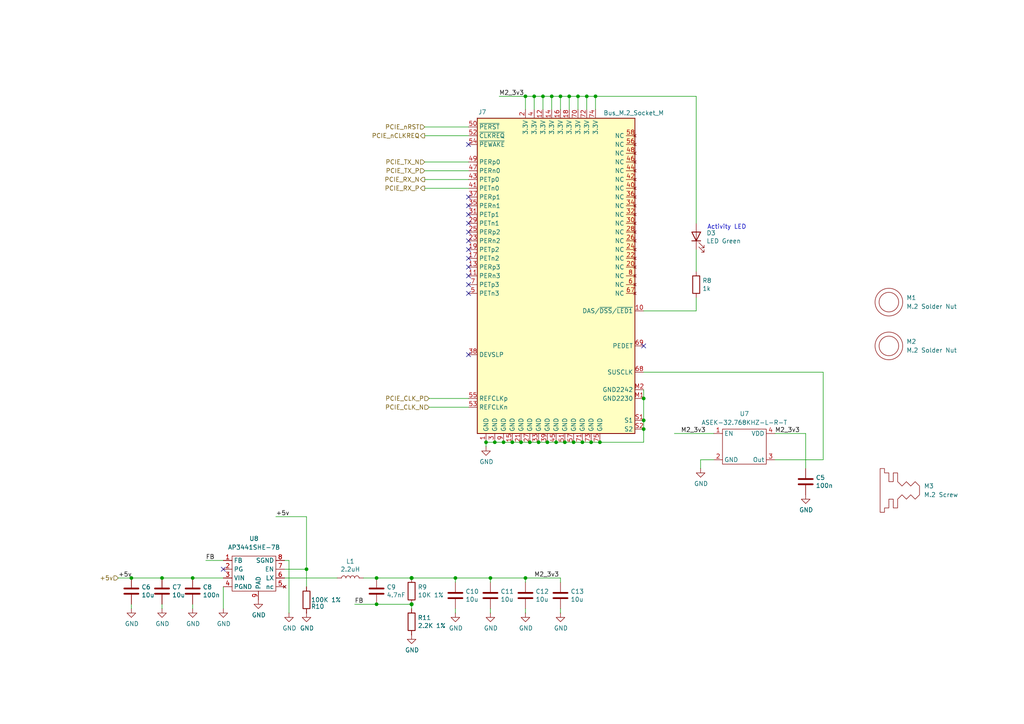
<source format=kicad_sch>
(kicad_sch (version 20231120) (generator "eeschema") (generator_version "8.0")
  (paper "A4")
  (title_block (title "BLADE CM4 CARRIER BOARD") (date "2025-01-20") (rev "0.2") (company "RapidAnalysis") (comment 1 "Author: Asad Imran"))
  (lib_symbols
    (symbol "Blade:AP3441SHE-7B"
      (property "Reference" "U" (at -6.35 10.16 0))
      (property "Value" "AP3441SHE-7B" (at 0 7.62 0))
      (symbol "AP3441SHE-7B_0_1"
        (rectangle (start -6.35 6.35) (end 6.35 -3.81))
      )
      (symbol "AP3441SHE-7B_1_1"
        (pin passive line (at -8.89 5.08 0) (length 2.54) (name "FB") (number "1"))
        (pin open_collector line (at -8.89 2.54 0) (length 2.54) (name "PG") (number "2"))
        (pin power_in line (at -8.89 0 0) (length 2.54) (name "VIN") (number "3"))
        (pin power_in line (at -8.89 -2.54 0) (length 2.54) (name "PGND") (number "4"))
        (pin no_connect line (at 8.89 -2.54 180) (length 2.54) (name "nc") (number "5"))
        (pin power_out line (at 8.89 0 180) (length 2.54) (name "LX") (number "6"))
        (pin input line (at 8.89 2.54 180) (length 2.54) (name "EN") (number "7"))
        (pin power_in line (at 8.89 5.08 180) (length 2.54) (name "SGND") (number "8"))
        (pin input line (at 1.27 -6.35 90) (length 2.54) (name "PAD") (number "9"))
      )
    )
    (symbol "Blade:ASEK-32.768KHZ-L-R-T"
      (property "Reference" "U" (at -5.08 6.35 0))
      (property "Value" "ASEK-32.768KHZ-L-R-T" (at 0 -6.35 0))
      (symbol "ASEK-32.768KHZ-L-R-T_0_1"
        (rectangle (start -6.35 5.08) (end 6.35 -5.08))
      )
      (symbol "ASEK-32.768KHZ-L-R-T_1_1"
        (pin input line (at -8.89 3.81 0) (length 2.54) (name "EN") (number "1"))
        (pin power_in line (at -8.89 -3.81 0) (length 2.54) (name "GND") (number "2"))
        (pin output line (at 8.89 -3.81 180) (length 2.54) (name "Out") (number "3"))
        (pin power_in line (at 8.89 3.81 180) (length 2.54) (name "VDD") (number "4"))
      )
    )
    (symbol "Blade:Bus_M.2_Socket_M"
      (property "Reference" "J" (at -22.86 46.99 0))
      (property "Value" "Bus_M.2_Socket_M" (at 30.988 46.99 0))
      (symbol "Bus_M.2_Socket_M_0_1"
        (rectangle (start -22.86 45.72) (end 22.86 -45.72) (stroke (width 0.254)) (fill (type background)))
      )
      (symbol "Bus_M.2_Socket_M_1_1"
        (pin power_in line (at -20.32 -48.26 90) (length 2.54) (name "GND") (number "1"))
        (pin bidirectional line (at 25.4 -10.16 180) (length 2.54) (name "DAS/~{DSS}/~{LED1}") (number "10"))
        (pin input line (at -25.4 0 0) (length 2.54) (name "PERn3") (number "11"))
        (pin power_in line (at -3.81 48.26 270) (length 2.54) (name "3.3V") (number "12"))
        (pin input line (at -25.4 2.54 0) (length 2.54) (name "PERp3") (number "13"))
        (pin power_in line (at -1.27 48.26 270) (length 2.54) (name "3.3V") (number "14"))
        (pin power_in line (at -12.7 -48.26 90) (length 2.54) (name "GND") (number "15"))
        (pin power_in line (at 1.27 48.26 270) (length 2.54) (name "3.3V") (number "16"))
        (pin output line (at -25.4 5.08 0) (length 2.54) (name "PETn2") (number "17"))
        (pin power_in line (at 3.81 48.26 270) (length 2.54) (name "3.3V") (number "18"))
        (pin output line (at -25.4 7.62 0) (length 2.54) (name "PETp2") (number "19"))
        (pin power_in line (at -8.89 48.26 270) (length 2.54) (name "3.3V") (number "2"))
        (pin no_connect line (at 22.86 2.54 180) (length 2.54) (name "NC") (number "20"))
        (pin power_in line (at -10.16 -48.26 90) (length 2.54) (name "GND") (number "21"))
        (pin no_connect line (at 22.86 5.08 180) (length 2.54) (name "NC") (number "22"))
        (pin input line (at -25.4 10.16 0) (length 2.54) (name "PERn2") (number "23"))
        (pin no_connect line (at 22.86 7.62 180) (length 2.54) (name "NC") (number "24"))
        (pin input line (at -25.4 12.7 0) (length 2.54) (name "PERp2") (number "25"))
        (pin no_connect line (at 22.86 10.16 180) (length 2.54) (name "NC") (number "26"))
        (pin power_in line (at -7.62 -48.26 90) (length 2.54) (name "GND") (number "27"))
        (pin no_connect line (at 22.86 12.7 180) (length 2.54) (name "NC") (number "28"))
        (pin output line (at -25.4 15.24 0) (length 2.54) (name "PETn1") (number "29"))
        (pin power_in line (at -17.78 -48.26 90) (length 2.54) (name "GND") (number "3"))
        (pin no_connect line (at 22.86 15.24 180) (length 2.54) (name "NC") (number "30"))
        (pin output line (at -25.4 17.78 0) (length 2.54) (name "PETp1") (number "31"))
        (pin no_connect line (at 22.86 17.78 180) (length 2.54) (name "NC") (number "32"))
        (pin power_in line (at -5.08 -48.26 90) (length 2.54) (name "GND") (number "33"))
        (pin no_connect line (at 22.86 20.32 180) (length 2.54) (name "NC") (number "34"))
        (pin input line (at -25.4 20.32 0) (length 2.54) (name "PERn1") (number "35"))
        (pin no_connect line (at 22.86 22.86 180) (length 2.54) (name "NC") (number "36"))
        (pin input line (at -25.4 22.86 0) (length 2.54) (name "PERp1") (number "37"))
        (pin input line (at -25.4 -22.86 0) (length 2.54) (name "DEVSLP") (number "38"))
        (pin power_in line (at -2.54 -48.26 90) (length 2.54) (name "GND") (number "39"))
        (pin power_in line (at -6.35 48.26 270) (length 2.54) (name "3.3V") (number "4"))
        (pin no_connect line (at 22.86 25.4 180) (length 2.54) (name "NC") (number "40"))
        (pin output line (at -25.4 25.4 0) (length 2.54) (name "PETn0") (number "41"))
        (pin no_connect line (at 22.86 27.94 180) (length 2.54) (name "NC") (number "42"))
        (pin output line (at -25.4 27.94 0) (length 2.54) (name "PETp0") (number "43"))
        (pin no_connect line (at 22.86 30.48 180) (length 2.54) (name "NC") (number "44"))
        (pin power_in line (at 0 -48.26 90) (length 2.54) (name "GND") (number "45"))
        (pin no_connect line (at 22.86 33.02 180) (length 2.54) (name "NC") (number "46"))
        (pin input line (at -25.4 30.48 0) (length 2.54) (name "PERn0") (number "47"))
        (pin no_connect line (at 22.86 35.56 180) (length 2.54) (name "NC") (number "48"))
        (pin input line (at -25.4 33.02 0) (length 2.54) (name "PERp0") (number "49"))
        (pin output line (at -25.4 -5.08 0) (length 2.54) (name "PETn3") (number "5"))
        (pin input line (at -25.4 43.18 0) (length 2.54) (name "~{PERST}") (number "50"))
        (pin power_in line (at 2.54 -48.26 90) (length 2.54) (name "GND") (number "51"))
        (pin bidirectional line (at -25.4 40.64 0) (length 2.54) (name "~{CLKREQ}") (number "52"))
        (pin input line (at -25.4 -38.1 0) (length 2.54) (name "REFCLKn") (number "53"))
        (pin bidirectional line (at -25.4 38.1 0) (length 2.54) (name "~{PEWAKE}") (number "54"))
        (pin input line (at -25.4 -35.56 0) (length 2.54) (name "REFCLKp") (number "55"))
        (pin no_connect line (at 22.86 38.1 180) (length 2.54) (name "NC") (number "56"))
        (pin power_in line (at 5.08 -48.26 90) (length 2.54) (name "GND") (number "57"))
        (pin no_connect line (at 22.86 40.64 180) (length 2.54) (name "NC") (number "58"))
        (pin no_connect line (at 22.86 -2.54 180) (length 2.54) (name "NC") (number "6"))
        (pin no_connect line (at 22.86 -5.08 180) (length 2.54) (name "NC") (number "67"))
        (pin input line (at 25.4 -27.94 180) (length 2.54) (name "SUSCLK") (number "68"))
        (pin passive line (at 25.4 -20.32 180) (length 2.54) (name "PEDET") (number "69"))
        (pin output line (at -25.4 -2.54 0) (length 2.54) (name "PETp3") (number "7"))
        (pin power_in line (at 6.35 48.26 270) (length 2.54) (name "3.3V") (number "70"))
        (pin power_in line (at 7.62 -48.26 90) (length 2.54) (name "GND") (number "71"))
        (pin power_in line (at 8.89 48.26 270) (length 2.54) (name "3.3V") (number "72"))
        (pin power_in line (at 10.16 -48.26 90) (length 2.54) (name "GND") (number "73"))
        (pin power_in line (at 11.43 48.26 270) (length 2.54) (name "3.3V") (number "74"))
        (pin power_in line (at 12.7 -48.26 90) (length 2.54) (name "GND") (number "75"))
        (pin no_connect line (at 22.86 0 180) (length 2.54) (name "NC") (number "8"))
        (pin power_in line (at -15.24 -48.26 90) (length 2.54) (name "GND") (number "9"))
        (pin passive line (at 25.4 -35.56 180) (length 2.54) (name "GND2230") (number "M1"))
        (pin passive line (at 25.4 -33.02 180) (length 2.54) (name "GND2242") (number "M2"))
        (pin passive line (at 25.4 -41.91 180) (length 2.54) (name "S1") (number "S1"))
        (pin passive line (at 25.4 -44.45 180) (length 2.54) (name "S2") (number "S2"))
      )
    )
    (symbol "Blade:C" (pin_numbers hide) (pin_names (offset 0.254))
      (property "Reference" "C" (at 0.635 2.54 0))
      (property "Value" "C" (at 0.635 -2.54 0))
      (symbol "C_0_1"
        (polyline (pts (xy -2.032 -0.762) (xy 2.032 -0.762)) (stroke (width 0.508)))
        (polyline (pts (xy -2.032 0.762) (xy 2.032 0.762)) (stroke (width 0.508)))
      )
      (symbol "C_1_1"
        (pin passive line (at 0 3.81 270) (length 2.794) (name "~") (number "1"))
        (pin passive line (at 0 -3.81 90) (length 2.794) (name "~") (number "2"))
      )
    )
    (symbol "Blade:L" (pin_numbers hide) (pin_names (offset 1.016) hide)
      (property "Reference" "L" (at -1.27 0 90))
      (property "Value" "L" (at 1.905 0 90))
      (symbol "L_0_1"
        (arc (start 0 -2.54) (mid 0.6323 -1.905) (end 0 -1.27))
        (arc (start 0 -1.27) (mid 0.6323 -0.635) (end 0 0))
        (arc (start 0 0) (mid 0.6323 0.635) (end 0 1.27))
        (arc (start 0 1.27) (mid 0.6323 1.905) (end 0 2.54))
      )
      (symbol "L_1_1"
        (pin passive line (at 0 3.81 270) (length 1.27) (name "1") (number "1"))
        (pin passive line (at 0 -3.81 90) (length 1.27) (name "2") (number "2"))
      )
    )
    (symbol "Blade:LED" (pin_numbers hide) (pin_names (offset 1.016) hide)
      (property "Reference" "D" (at 0 2.54 0))
      (property "Value" "LED" (at 0 -2.54 0))
      (symbol "LED_0_1"
        (polyline (pts (xy -1.27 -1.27) (xy -1.27 1.27)) (stroke (width 0.254)))
        (polyline (pts (xy -1.27 0) (xy 1.27 0)))
        (polyline (pts (xy 1.27 -1.27) (xy 1.27 1.27) (xy -1.27 0) (xy 1.27 -1.27)) (stroke (width 0.254)))
        (polyline (pts (xy -3.048 -0.762) (xy -4.572 -2.286) (xy -3.81 -2.286) (xy -4.572 -2.286) (xy -4.572 -1.524)))
        (polyline (pts (xy -1.778 -0.762) (xy -3.302 -2.286) (xy -2.54 -2.286) (xy -3.302 -2.286) (xy -3.302 -1.524)))
      )
      (symbol "LED_1_1"
        (pin passive line (at -3.81 0 0) (length 2.54) (name "K") (number "1"))
        (pin passive line (at 3.81 0 180) (length 2.54) (name "A") (number "2"))
      )
    )
    (symbol "Blade:M.2_Screw" (pin_numbers hide) (pin_names (offset 0) hide) (on_board no)
      (property "Reference" "M" (at -0.254 -6.35 0))
      (property "Value" "M.2 Screw" (at 0.254 -8.636 0))
      (symbol "M.2_Screw_0_1"
        (polyline (pts (xy -5.08 0) (xy -5.08 -6.35) (xy -3.81 -6.35) (xy -3.81 -5.08) (xy -2.54 -5.08) (xy -2.54 -2.54) (xy -1.27 -2.54) (xy -1.27 -5.08) (xy 0 -5.08) (xy 0 -2.54) (xy 1.27 -1.27) (xy 2.54 -2.54) (xy 3.81 -1.27) (xy 5.08 -2.54) (xy 6.35 -1.27) (xy 6.35 1.27) (xy 5.08 2.54) (xy 3.81 1.27) (xy 2.54 2.54) (xy 1.27 1.27) (xy 0 2.54) (xy 0 5.08) (xy -1.27 5.08) (xy -1.27 2.54) (xy -2.54 2.54) (xy -2.54 5.08) (xy -3.81 5.08) (xy -3.81 6.35) (xy -5.08 6.35) (xy -5.08 0)))
      )
    )
    (symbol "Blade:R" (pin_numbers hide) (pin_names (offset 0))
      (property "Reference" "R" (at 2.032 0 90))
      (property "Value" "R" (at 0 0 90))
      (symbol "R_0_1"
        (rectangle (start -1.016 -2.54) (end 1.016 2.54) (stroke (width 0.254)))
      )
      (symbol "R_1_1"
        (pin passive line (at 0 3.81 270) (length 1.27) (name "~") (number "1"))
        (pin passive line (at 0 -3.81 90) (length 1.27) (name "~") (number "2"))
      )
    )
    (symbol "Blade:SolderNut" (pin_numbers hide) (pin_names (offset 0) hide) (exclude_from_sim yes) (on_board no)
      (property "Reference" "M" (at -6.35 -3.556 0))
      (property "Value" "M.2 Solder Nut" (at 0.254 -5.842 0))
      (symbol "SolderNut_0_1"
        (circle (center 0 0) (radius 2.8398))
        (circle (center 0 0) (radius 4.0161))
      )
    )
    (symbol "power:GND" (power) (pin_numbers hide) (pin_names (offset 0) hide)
      (property "Value" "GND" (at 0 -3.81 0))
      (symbol "GND_0_1"
        (polyline (pts (xy 0 0) (xy 0 -1.27) (xy 1.27 -1.27) (xy 0 -2.54) (xy -1.27 -1.27) (xy 0 -1.27)))
      )
      (symbol "GND_1_1"
        (pin power_in line (at 0 0 270) (length 0) (name "~") (number "1"))
      )
    )
  )
  (junction (at 156.21 128.27))
  (junction (at 170.18 27.94))
  (junction (at 55.88 167.64))
  (junction (at 119.38 175.26) (diameter 1.016))
  (junction (at 143.51 128.27))
  (junction (at 171.45 128.27))
  (junction (at 165.1 27.94))
  (junction (at 109.22 167.64))
  (junction (at 158.75 128.27))
  (junction (at 153.67 128.27))
  (junction (at 46.99 167.64))
  (junction (at 173.99 128.27))
  (junction (at 132.08 167.64))
  (junction (at 88.9 165.1))
  (junction (at 38.1 167.64))
  (junction (at 154.94 27.94))
  (junction (at 142.24 167.64))
  (junction (at 186.69 115.57))
  (junction (at 166.37 128.27))
  (junction (at 146.05 128.27))
  (junction (at 152.4 27.94))
  (junction (at 163.83 128.27))
  (junction (at 148.59 128.27))
  (junction (at 167.64 27.94))
  (junction (at 109.22 175.26))
  (junction (at 161.29 128.27))
  (junction (at 186.69 124.46))
  (junction (at 186.69 121.92))
  (junction (at 140.97 128.27))
  (junction (at 160.02 27.94))
  (junction (at 162.56 27.94))
  (junction (at 152.4 167.64))
  (junction (at 172.72 27.94))
  (junction (at 151.13 128.27))
  (junction (at 119.38 167.64) (diameter 1.016))
  (junction (at 168.91 128.27))
  (junction (at 157.48 27.94))
  (no_connect (at 64.77 165.1))
  (no_connect (at 135.89 80.01))
  (no_connect (at 135.89 85.09))
  (no_connect (at 135.89 72.39))
  (no_connect (at 135.89 82.55))
  (no_connect (at 135.89 57.15))
  (no_connect (at 135.89 102.87))
  (no_connect (at 135.89 77.47))
  (no_connect (at 186.69 100.33))
  (no_connect (at 135.89 67.31))
  (no_connect (at 135.89 62.23))
  (no_connect (at 135.89 74.93))
  (no_connect (at 135.89 69.85))
  (no_connect (at 135.89 41.91))
  (no_connect (at 135.89 64.77))
  (no_connect (at 135.89 59.69))
  (wire (pts (xy 186.69 124.46) (xy 186.69 128.27)))
  (wire (pts (xy 105.41 167.64) (xy 109.22 167.64)))
  (wire (pts (xy 140.97 128.27) (xy 143.51 128.27)))
  (wire (pts (xy 167.64 27.94) (xy 170.18 27.94)))
  (wire (pts (xy 162.56 27.94) (xy 162.56 31.75)))
  (wire (pts (xy 195.58 125.73) (xy 207.01 125.73)))
  (wire (pts (xy 201.93 27.94) (xy 201.93 64.77)))
  (wire (pts (xy 109.22 167.64) (xy 119.38 167.64)))
  (wire (pts (xy 152.4 27.94) (xy 154.94 27.94)))
  (wire (pts (xy 173.99 128.27) (xy 171.45 128.27)))
  (wire (pts (xy 123.19 52.07) (xy 135.89 52.07)))
  (wire (pts (xy 142.24 167.64) (xy 152.4 167.64)))
  (wire (pts (xy 88.9 165.1) (xy 88.9 170.18)))
  (wire (pts (xy 152.4 167.64) (xy 162.56 167.64)))
  (wire (pts (xy 124.46 115.57) (xy 135.89 115.57)))
  (wire (pts (xy 59.69 162.56) (xy 64.77 162.56)))
  (wire (pts (xy 135.89 46.99) (xy 123.19 46.99)))
  (wire (pts (xy 156.21 128.27) (xy 153.67 128.27)))
  (wire (pts (xy 55.88 175.26) (xy 55.88 176.53)))
  (wire (pts (xy 154.94 27.94) (xy 157.48 27.94)))
  (wire (pts (xy 186.69 121.92) (xy 186.69 124.46)))
  (wire (pts (xy 165.1 27.94) (xy 165.1 31.75)))
  (wire (pts (xy 123.19 54.61) (xy 135.89 54.61)))
  (wire (pts (xy 171.45 128.27) (xy 168.91 128.27)))
  (wire (pts (xy 123.19 49.53) (xy 135.89 49.53)))
  (wire (pts (xy 46.99 167.64) (xy 55.88 167.64)))
  (wire (pts (xy 201.93 90.17) (xy 201.93 86.36)))
  (wire (pts (xy 172.72 27.94) (xy 201.93 27.94)))
  (wire (pts (xy 82.55 165.1) (xy 88.9 165.1)))
  (wire (pts (xy 132.08 167.64) (xy 142.24 167.64)))
  (wire (pts (xy 167.64 27.94) (xy 167.64 31.75)))
  (wire (pts (xy 34.29 167.64) (xy 38.1 167.64)))
  (wire (pts (xy 152.4 167.64) (xy 152.4 168.91)))
  (wire (pts (xy 186.69 128.27) (xy 173.99 128.27)))
  (wire (pts (xy 168.91 128.27) (xy 166.37 128.27)))
  (wire (pts (xy 119.38 167.64) (xy 132.08 167.64)))
  (wire (pts (xy 152.4 176.53) (xy 152.4 177.8)))
  (wire (pts (xy 158.75 128.27) (xy 161.29 128.27)))
  (wire (pts (xy 166.37 128.27) (xy 163.83 128.27)))
  (wire (pts (xy 170.18 27.94) (xy 172.72 27.94)))
  (wire (pts (xy 82.55 167.64) (xy 97.79 167.64)))
  (wire (pts (xy 186.69 113.03) (xy 186.69 115.57)))
  (wire (pts (xy 238.76 133.35) (xy 224.79 133.35)))
  (wire (pts (xy 157.48 27.94) (xy 160.02 27.94)))
  (wire (pts (xy 203.2 135.89) (xy 203.2 133.35)))
  (wire (pts (xy 157.48 27.94) (xy 157.48 31.75)))
  (wire (pts (xy 152.4 27.94) (xy 152.4 31.75)))
  (wire (pts (xy 55.88 167.64) (xy 64.77 167.64)))
  (wire (pts (xy 88.9 149.86) (xy 88.9 165.1)))
  (wire (pts (xy 172.72 27.94) (xy 172.72 31.75)))
  (wire (pts (xy 124.46 118.11) (xy 135.89 118.11)))
  (wire (pts (xy 109.22 175.26) (xy 119.38 175.26)))
  (wire (pts (xy 186.69 115.57) (xy 186.69 121.92)))
  (wire (pts (xy 123.19 39.37) (xy 135.89 39.37)))
  (wire (pts (xy 38.1 175.26) (xy 38.1 176.53)))
  (wire (pts (xy 132.08 168.91) (xy 132.08 167.64)))
  (wire (pts (xy 146.05 128.27) (xy 143.51 128.27)))
  (wire (pts (xy 82.55 162.56) (xy 83.82 162.56)))
  (wire (pts (xy 140.97 128.27) (xy 140.97 129.54)))
  (wire (pts (xy 148.59 128.27) (xy 151.13 128.27)))
  (wire (pts (xy 186.69 90.17) (xy 201.93 90.17)))
  (wire (pts (xy 144.78 27.94) (xy 152.4 27.94)))
  (wire (pts (xy 162.56 27.94) (xy 165.1 27.94)))
  (wire (pts (xy 186.69 107.95) (xy 238.76 107.95)))
  (wire (pts (xy 38.1 167.64) (xy 46.99 167.64)))
  (wire (pts (xy 233.68 125.73) (xy 224.79 125.73)))
  (wire (pts (xy 142.24 167.64) (xy 142.24 168.91)))
  (wire (pts (xy 163.83 128.27) (xy 161.29 128.27)))
  (wire (pts (xy 80.01 149.86) (xy 88.9 149.86)))
  (wire (pts (xy 46.99 175.26) (xy 46.99 176.53)))
  (wire (pts (xy 151.13 128.27) (xy 153.67 128.27)))
  (wire (pts (xy 156.21 128.27) (xy 158.75 128.27)))
  (wire (pts (xy 132.08 177.8) (xy 132.08 176.53)))
  (wire (pts (xy 201.93 72.39) (xy 201.93 78.74)))
  (wire (pts (xy 160.02 27.94) (xy 160.02 31.75)))
  (wire (pts (xy 162.56 176.53) (xy 162.56 177.8)))
  (wire (pts (xy 203.2 133.35) (xy 207.01 133.35)))
  (wire (pts (xy 233.68 135.89) (xy 233.68 125.73)))
  (wire (pts (xy 64.77 176.53) (xy 64.77 170.18)))
  (wire (pts (xy 162.56 167.64) (xy 162.56 168.91)))
  (wire (pts (xy 154.94 27.94) (xy 154.94 31.75)))
  (wire (pts (xy 142.24 176.53) (xy 142.24 177.8)))
  (wire (pts (xy 165.1 27.94) (xy 167.64 27.94)))
  (wire (pts (xy 119.38 176.53) (xy 119.38 175.26)))
  (wire (pts (xy 146.05 128.27) (xy 148.59 128.27)))
  (wire (pts (xy 123.19 36.83) (xy 135.89 36.83)))
  (wire (pts (xy 102.87 175.26) (xy 109.22 175.26)))
  (wire (pts (xy 160.02 27.94) (xy 162.56 27.94)))
  (wire (pts (xy 170.18 27.94) (xy 170.18 31.75)))
  (wire (pts (xy 238.76 107.95) (xy 238.76 133.35)))
  (wire (pts (xy 83.82 162.56) (xy 83.82 177.8)))
  (text "Activity LED" (at 205.105 66.675 0) (effects (font (size 1.27 1.27)) (justify left bottom)))
  (label "M2_3v3" (at 154.94 167.64 0))
  (label "+5v" (at 34.29 167.64 0))
  (label "FB" (at 59.69 162.56 0))
  (label "M2_3v3" (at 224.79 125.73 0))
  (label "M2_3v3" (at 197.485 125.73 0))
  (label "M2_3v3" (at 144.78 27.94 0))
  (label "FB" (at 102.87 175.26 0))
  (label "+5v" (at 80.01 149.86 0))
  (hierarchical_label "PCIE_RX_N" (shape output) (at 123.19 52.07 180))
  (hierarchical_label "PCIE_CLK_N" (shape input) (at 124.46 118.11 180))
  (hierarchical_label "PCIE_TX_P" (shape input) (at 123.19 49.53 180))
  (hierarchical_label "PCIE_nCLKREQ" (shape output) (at 123.19 39.37 180))
  (hierarchical_label "PCIE_RX_P" (shape output) (at 123.19 54.61 180))
  (hierarchical_label "PCIE_TX_N" (shape input) (at 123.19 46.99 180))
  (hierarchical_label "PCIE_nRST" (shape input) (at 123.19 36.83 180))
  (hierarchical_label "+5v" (shape input) (at 34.29 167.64 180))
  (hierarchical_label "PCIE_CLK_P" (shape input) (at 124.46 115.57 180))
  (symbol (lib_id "Blade:LED") (at 201.93 68.58 90) (unit 1)
    (property "Reference" "D3" (at 204.9018 67.5894 90) (effects (justify right)))
    (property "Value" "LED Green" (at 204.9018 69.9008 90) (effects (justify right)))
    (property "Footprint" "Blade:LED_0603_1608Metric" (effects (hide yes)))
    (property "Description" "Light emitting diode" (effects (hide yes)))
    (property "Field4" "Digikey " (effects (hide yes)))
    (property "Field5" "LTST-S270KGKT" (effects (hide yes)))
    (property "Field6" "SML-A12M8TT86N" (effects (hide yes)))
    (property "Field7" "Rohm" (effects (hide yes)))
    (property "Field8" "650263301" (effects (hide yes)))
    (property "Part Description" "	Green 572nm LED Indication - Discrete 2.2V 2-SMD, No Lead" (effects (hide yes)))
  )
  (symbol (lib_id "Blade:C") (at 152.4 172.72 0) (unit 1)
    (property "Reference" "C12" (at 155.321 171.5516 0) (effects (justify left)))
    (property "Value" "10u" (at 155.321 173.863 0) (effects (justify left)))
    (property "Footprint" "Blade:C_0805_2012Metric" (effects (hide yes)))
    (property "Description" "Unpolarized capacitor" (effects (hide yes)))
    (property "Field4" "Digikey" (effects (hide yes)))
    (property "Field5" "490-14381-1-ND" (effects (hide yes)))
    (property "Field6" "GRM21BR71A106KA73L" (effects (hide yes)))
    (property "Field7" "Murata" (effects (hide yes)))
    (property "Field8" "111893011" (effects (hide yes)))
    (property "Part Description" "	10uF 10% 10V Ceramic Capacitor X7R 0805 (2012 Metric)" (effects (hide yes)))
    (instances (project "" (path "" (reference "C12") (unit 1))) (project "CM5IO" (path "" (reference "C16") (unit 1))))
  )
  (symbol (lib_id "power:GND") (at 152.4 177.8 0) (unit 1)
    (property "Reference" "#PWR034" (effects (hide yes)))
    (property "Value" "GND" (at 152.527 182.1942 0))
    (property "Description" "Power symbol creates a global label with name \"GND\" , ground" (effects (hide yes)))
    (instances (project "" (path "" (reference "#PWR034") (unit 1))) (project "CM5IO" (path "" (reference "#PWR018") (unit 1))))
  )
  (symbol (lib_id "Blade:C") (at 46.99 171.45 0) (unit 1)
    (property "Reference" "C7" (at 49.911 170.2816 0) (effects (justify left)))
    (property "Value" "10u" (at 49.911 172.593 0) (effects (justify left)))
    (property "Footprint" "Blade:C_0805_2012Metric" (effects (hide yes)))
    (property "Description" "Unpolarized capacitor" (effects (hide yes)))
    (property "Field4" "Digikey" (effects (hide yes)))
    (property "Field5" "490-14381-1-ND" (effects (hide yes)))
    (property "Field6" "GRM21BR71A106KA73L" (effects (hide yes)))
    (property "Field7" "Murata" (effects (hide yes)))
    (property "Field8" "111893011" (effects (hide yes)))
    (property "Part Description" "	10uF 10% 10V Ceramic Capacitor X7R 0805 (2012 Metric)" (effects (hide yes)))
    (instances (project "" (path "" (reference "C7") (unit 1))) (project "CM5IO" (path "" (reference "C6") (unit 1))))
  )
  (symbol (lib_id "power:GND") (at 46.99 176.53 0) (unit 1)
    (property "Reference" "#PWR027" (effects (hide yes)))
    (property "Value" "GND" (at 47.117 180.9242 0))
    (property "Description" "Power symbol creates a global label with name \"GND\" , ground" (effects (hide yes)))
    (instances (project "" (path "" (reference "#PWR027") (unit 1))) (project "CM5IO" (path "" (reference "#PWR021") (unit 1))))
  )
  (symbol (lib_id "power:GND") (at 140.97 129.54 0) (unit 1)
    (property "Reference" "#PWR022" (effects (hide yes)))
    (property "Value" "GND" (at 141.097 133.9342 0))
    (property "Description" "Power symbol creates a global label with name \"GND\" , ground" (effects (hide yes)))
    (instances (project "" (path "" (reference "#PWR022") (unit 1))) (project "CM5IO" (path "" (reference "#PWR019") (unit 1))))
  )
  (symbol (lib_id "power:GND") (at 162.56 177.8 0) (unit 1)
    (property "Reference" "#PWR035" (effects (hide yes)))
    (property "Value" "GND" (at 162.687 182.1942 0))
    (property "Description" "Power symbol creates a global label with name \"GND\" , ground" (effects (hide yes)))
    (instances (project "" (path "" (reference "#PWR035") (unit 1))) (project "CM5IO" (path "" (reference "#PWR024") (unit 1))))
  )
  (symbol (lib_id "Blade:R") (at 201.93 82.55 0) (unit 1)
    (property "Reference" "R8" (at 203.708 81.3816 0) (effects (justify left)))
    (property "Value" "1k" (at 203.708 83.693 0) (effects (justify left)))
    (property "Footprint" "Blade:R_0402_1005Metric" (effects (hide yes)))
    (property "Description" "Resistor" (effects (hide yes)))
    (property "Field4" "Farnell" (effects (hide yes)))
    (property "Field5" "9239235" (effects (hide yes)))
    (property "Field7" "KOA EUROPE GMBH" (effects (hide yes)))
    (property "Field6" "RK73H1ETTP1001F" (effects (hide yes)))
    (property "Part Description" "Resistor 1K M1005 1% 63mW" (effects (hide yes)))
    (property "Field8" "125049511" (effects (hide yes)))
    (instances (project "" (path "" (reference "R8") (unit 1))) (project "CM5IO" (path "" (reference "R17") (unit 1))))
  )
  (symbol (lib_id "Blade:L") (at 101.6 167.64 90) (unit 1)
    (property "Reference" "L1" (at 101.6 162.814 90))
    (property "Value" "2.2uH" (at 101.6 165.1254 90))
    (property "Footprint" "Blade:L_Bourns_SRP5030CC" (effects (hide yes)))
    (property "Description" "Inductor" (effects (hide yes)))
    (property "Field6" "SRP5030CC-2R2M" (effects (hide yes)))
    (property "Field7" "Bourns" (effects (hide yes)))
    (property "Part Description" "Inductor, SMT, 2520, 2u2, IRMS=7A, ISAT=8A, DCR=0.032R" (effects (hide yes)))
    (property "Field5" "SRP5030CC-2R2M" (effects (hide yes)))
  )
  (symbol (lib_id "power:GND") (at 64.77 176.53 0) (unit 1)
    (property "Reference" "#PWR029" (effects (hide yes)))
    (property "Value" "GND" (at 64.897 180.9242 0))
    (property "Description" "Power symbol creates a global label with name \"GND\" , ground" (effects (hide yes)))
    (instances (project "" (path "" (reference "#PWR029") (unit 1))) (project "CM5IO" (path "" (reference "#PWR022") (unit 1))))
  )
  (symbol (lib_id "Blade:R") (at 119.38 171.45 0) (unit 1)
    (property "Reference" "R9" (at 121.158 170.2816 0) (effects (justify left)))
    (property "Value" "10K 1%" (at 121.158 172.593 0) (effects (justify left)))
    (property "Footprint" "Blade:R_0402_1005Metric" (effects (hide yes)))
    (property "Description" "Resistor" (effects (hide yes)))
    (property "Field4" "Farnell" (effects (hide yes)))
    (property "Field7" "Rohm" (effects (hide yes)))
    (property "Field6" "MCR01MZPF1002" (effects (hide yes)))
    (property "Part Description" "Resistor 10K M1005 1% 63mW" (effects (hide yes)))
    (instances (project "" (path "" (reference "R9") (unit 1))) (project "CM5IO" (path "" (reference "R15") (unit 1))))
  )
  (symbol (lib_id "Blade:C") (at 233.68 139.7 0) (unit 1)
    (property "Reference" "C5" (at 236.601 138.5316 0) (effects (justify left)))
    (property "Value" "100n" (at 236.601 140.843 0) (effects (justify left)))
    (property "Footprint" "Blade:C_0402_1005Metric" (effects (hide yes)))
    (property "Description" "Unpolarized capacitor" (effects (hide yes)))
    (property "Field4" "Farnell" (effects (hide yes)))
    (property "Field5" "2611911" (effects (hide yes)))
    (property "Field6" "RM EMK105 B7104KV-F" (effects (hide yes)))
    (property "Field7" "TAIYO YUDEN EUROPE GMBH" (effects (hide yes)))
    (property "Field8" "110091611" (effects (hide yes)))
    (property "Part Description" "	0.1uF 10% 16V Ceramic Capacitor X7R 0402 (1005 Metric)" (effects (hide yes)))
    (instances (project "" (path "" (reference "C5") (unit 1))) (project "CM5IO" (path "" (reference "C19") (unit 1))))
  )
  (symbol (lib_id "Blade:R") (at 88.9 173.99 0) (unit 1)
    (property "Reference" "R10" (at 90.17 175.895 0) (effects (justify left)))
    (property "Value" "100K 1%" (at 90.17 173.99 0) (effects (justify left)))
    (property "Footprint" "Blade:R_0402_1005Metric" (effects (hide yes)))
    (property "Description" "Resistor" (effects (hide yes)))
    (property "Field4" "Farnell" (effects (hide yes)))
    (property "Field6" "MCR01MZPF1003" (effects (hide yes)))
    (property "Field7" "Rohm" (effects (hide yes)))
    (property "Part Description" "Resistor 100K M1005 1% 63mW" (effects (hide yes)))
    (instances (project "" (path "" (reference "R10") (unit 1))) (project "CM5IO" (path "" (reference "R14") (unit 1))))
  )
  (symbol (lib_id "Blade:R") (at 119.38 180.34 0) (unit 1)
    (property "Reference" "R11" (at 121.158 179.1716 0) (effects (justify left)))
    (property "Value" "2.2K 1%" (at 121.158 181.483 0) (effects (justify left)))
    (property "Footprint" "Blade:R_0402_1005Metric" (effects (hide yes)))
    (property "Description" "Resistor" (effects (hide yes)))
    (property "Field4" "Farnell" (effects (hide yes)))
    (property "Part Description" "Resistor 2.2K M1005 1% 63mW" (effects (hide yes)))
    (instances (project "" (path "" (reference "R11") (unit 1))) (project "CM5IO" (path "" (reference "R16") (unit 1))))
  )
  (symbol (lib_id "Blade:ASEK-32.768KHZ-L-R-T") (at 215.9 129.54 0) (unit 1)
    (property "Reference" "U7" (at 215.9 120.015 0))
    (property "Value" "ASEK-32.768KHZ-L-R-T" (at 215.9 122.555 0))
    (property "Footprint" "Blade:Crystal_SMD_3225-4Pin_3.2x2.5mm" (effects (hide yes)))
    (property "Datasheet" "https://abracon.com/Oscillators/ASEK.pdf" (effects (hide yes)))
    (property "Field5" "ASEK-32.768KHZ-L-R-T" (effects (hide yes)))
    (property "Field6" "ASEK-32.768KHZ-L-R-T" (effects (hide yes)))
    (property "Field7" "abracon" (effects (hide yes)))
    (property "Part Description" "32KHz Xtal oscilator" (effects (hide yes)))
  )
  (symbol (lib_id "Blade:C") (at 38.1 171.45 0) (unit 1)
    (property "Reference" "C6" (at 41.021 170.2816 0) (effects (justify left)))
    (property "Value" "10u" (at 41.021 172.593 0) (effects (justify left)))
    (property "Footprint" "Blade:C_0805_2012Metric" (effects (hide yes)))
    (property "Description" "Unpolarized capacitor" (effects (hide yes)))
    (property "Field4" "Digikey" (effects (hide yes)))
    (property "Field5" "490-14381-1-ND" (effects (hide yes)))
    (property "Field6" "GRM21BR71A106KA73L" (effects (hide yes)))
    (property "Field7" "Murata" (effects (hide yes)))
    (property "Field8" "111893011" (effects (hide yes)))
    (property "Part Description" "	10uF 10% 10V Ceramic Capacitor X7R 0805 (2012 Metric)" (effects (hide yes)))
    (instances (project "" (path "" (reference "C6") (unit 1))) (project "CM5IO" (path "" (reference "C4") (unit 1))))
  )
  (symbol (lib_id "Blade:AP3441SHE-7B") (at 73.66 167.64 0) (unit 1)
    (property "Reference" "U8" (at 73.66 156.21 0))
    (property "Value" "AP3441SHE-7B" (at 73.66 158.75 0))
    (property "Footprint" "Blade:DFN-8-1EP_2x2mm_P0.5mm_EP1.05x1.75mm" (effects (hide yes)))
    (property "Datasheet" "https://www.diodes.com/assets/Datasheets/AP3441-L.pdf" (effects (hide yes)))
    (property "Field5" "AP3441SHE-7B" (effects (hide yes)))
    (property "Field6" "AP3441SHE-7B" (effects (hide yes)))
    (property "Field7" "Diodes" (effects (hide yes)))
    (property "Part Description" "3A DC-DC converter" (effects (hide yes)))
  )
  (symbol (lib_id "Blade:C") (at 55.88 171.45 0) (unit 1)
    (property "Reference" "C8" (at 58.801 170.2816 0) (effects (justify left)))
    (property "Value" "100n" (at 58.801 172.593 0) (effects (justify left)))
    (property "Footprint" "Blade:C_0402_1005Metric" (effects (hide yes)))
    (property "Description" "Unpolarized capacitor" (effects (hide yes)))
    (property "Field4" "Farnell" (effects (hide yes)))
    (property "Field5" "2611911" (effects (hide yes)))
    (property "Field6" "RM EMK105 B7104KV-F" (effects (hide yes)))
    (property "Field7" "TAIYO YUDEN EUROPE GMBH" (effects (hide yes)))
    (property "Field8" "110091611" (effects (hide yes)))
    (property "Part Description" "	0.1uF 10% 16V Ceramic Capacitor X7R 0402 (1005 Metric)" (effects (hide yes)))
    (instances (project "" (path "" (reference "C8") (unit 1))) (project "CM5IO" (path "" (reference "C10") (unit 1))))
  )
  (symbol (lib_id "Blade:C") (at 132.08 172.72 0) (unit 1)
    (property "Reference" "C10" (at 135.001 171.5516 0) (effects (justify left)))
    (property "Value" "10u" (at 135.001 173.863 0) (effects (justify left)))
    (property "Footprint" "Blade:C_0805_2012Metric" (effects (hide yes)))
    (property "Description" "Unpolarized capacitor" (effects (hide yes)))
    (property "Field4" "Digikey" (effects (hide yes)))
    (property "Field5" "490-14381-1-ND" (effects (hide yes)))
    (property "Field6" "GRM21BR71A106KA73L" (effects (hide yes)))
    (property "Field7" "Murata" (effects (hide yes)))
    (property "Field8" "111893011" (effects (hide yes)))
    (property "Part Description" "	10uF 10% 10V Ceramic Capacitor X7R 0805 (2012 Metric)" (effects (hide yes)))
    (instances (project "" (path "" (reference "C10") (unit 1))) (project "CM5IO" (path "" (reference "C14") (unit 1))))
  )
  (symbol (lib_id "power:GND") (at 38.1 176.53 0) (unit 1)
    (property "Reference" "#PWR026" (effects (hide yes)))
    (property "Value" "GND" (at 38.227 180.9242 0))
    (property "Description" "Power symbol creates a global label with name \"GND\" , ground" (effects (hide yes)))
    (instances (project "" (path "" (reference "#PWR026") (unit 1))) (project "CM5IO" (path "" (reference "#PWR020") (unit 1))))
  )
  (symbol (lib_id "power:GND") (at 88.9 177.8 0) (unit 1)
    (property "Reference" "#PWR031" (effects (hide yes)))
    (property "Value" "GND" (at 89.027 182.1942 0))
    (property "Description" "Power symbol creates a global label with name \"GND\" , ground" (effects (hide yes)))
    (instances (project "" (path "" (reference "#PWR031") (unit 1))) (project "CM5IO" (path "" (reference "#PWR08") (unit 1))))
  )
  (symbol (lib_id "power:GND") (at 119.38 184.15 0) (unit 1)
    (property "Reference" "#PWR036" (effects (hide yes)))
    (property "Value" "GND" (at 119.507 188.5442 0))
    (property "Description" "Power symbol creates a global label with name \"GND\" , ground" (effects (hide yes)))
    (instances (project "" (path "" (reference "#PWR036") (unit 1))) (project "CM5IO" (path "" (reference "#PWR016") (unit 1))))
  )
  (symbol (lib_id "Blade:M.2_Screw") (at 260.35 142.24 0) (unit 1) (on_board no)
    (property "Reference" "M3" (at 267.97 140.9699 0) (effects (justify left)))
    (property "Value" "M.2 Screw" (at 267.97 143.5099 0) (effects (justify left)))
    (property "Part Description" "M.2 Screw" (effects (hide yes)))
    (instances (project "" (path "" (reference "M3") (unit 1))) (project "CM5IO" (path "" (reference "M1") (unit 1))))
  )
  (symbol (lib_id "power:GND") (at 83.82 177.8 0) (unit 1)
    (property "Reference" "#PWR030" (effects (hide yes)))
    (property "Value" "GND" (at 83.947 182.1942 0))
    (property "Description" "Power symbol creates a global label with name \"GND\" , ground" (effects (hide yes)))
    (instances (project "" (path "" (reference "#PWR030") (unit 1))) (project "CM5IO" (path "" (reference "#PWR023") (unit 1))))
  )
  (symbol (lib_id "Blade:C") (at 109.22 171.45 0) (unit 1)
    (property "Reference" "C9" (at 112.141 170.2816 0) (effects (justify left)))
    (property "Value" "4.7nF" (at 112.141 172.593 0) (effects (justify left)))
    (property "Footprint" "Blade:C_0402_1005Metric" (effects (hide yes)))
    (property "Description" "Unpolarized capacitor" (effects (hide yes)))
    (property "Part Description" "4.7nF capacitor 0402" (effects (hide yes)))
    (instances (project "" (path "" (reference "C9") (unit 1))) (project "CM5IO" (path "" (reference "C11") (unit 1))))
  )
  (symbol (lib_id "Blade:SolderNut") (at 257.81 100.33 0) (unit 1) (exclude_from_sim yes) (on_board no)
    (property "Reference" "M2" (at 262.89 99.0599 0) (effects (justify left)))
    (property "Value" "M.2 Solder Nut" (at 262.89 101.5999 0) (effects (justify left)))
    (property "Part Description" "Solder nut for M.2 slot" (effects (hide yes)))
    (instances (project "" (path "" (reference "M2") (unit 1))) (project "CM5IO" (path "" (reference "M4") (unit 1))))
  )
  (symbol (lib_id "power:GND") (at 142.24 177.8 0) (unit 1)
    (property "Reference" "#PWR033" (effects (hide yes)))
    (property "Value" "GND" (at 142.367 182.1942 0))
    (property "Description" "Power symbol creates a global label with name \"GND\" , ground" (effects (hide yes)))
    (instances (project "" (path "" (reference "#PWR033") (unit 1))) (project "CM5IO" (path "" (reference "#PWR015") (unit 1))))
  )
  (symbol (lib_id "Blade:SolderNut") (at 257.81 87.63 0) (unit 1) (exclude_from_sim yes) (on_board no)
    (property "Reference" "M1" (at 262.89 86.3599 0) (effects (justify left)))
    (property "Value" "M.2 Solder Nut" (at 262.89 88.8999 0) (effects (justify left)))
    (property "Part Description" "Solder nut for M.2 slot" (effects (hide yes)))
    (instances (project "" (path "" (reference "M1") (unit 1))) (project "CM5IO" (path "" (reference "M5") (unit 1))))
  )
  (symbol (lib_id "power:GND") (at 74.93 173.99 0) (unit 1)
    (property "Reference" "#PWR025" (effects (hide yes)))
    (property "Value" "GND" (at 75.057 178.3842 0))
    (property "Description" "Power symbol creates a global label with name \"GND\" , ground" (effects (hide yes)))
    (instances (project "" (path "" (reference "#PWR025") (unit 1))) (project "CM5IO" (path "" (reference "#PWR028") (unit 1))))
  )
  (symbol (lib_id "Blade:C") (at 142.24 172.72 0) (unit 1)
    (property "Reference" "C11" (at 145.161 171.5516 0) (effects (justify left)))
    (property "Value" "10u" (at 145.161 173.863 0) (effects (justify left)))
    (property "Footprint" "Blade:C_0805_2012Metric" (effects (hide yes)))
    (property "Description" "Unpolarized capacitor" (effects (hide yes)))
    (property "Field4" "Digikey" (effects (hide yes)))
    (property "Field5" "490-14381-1-ND" (effects (hide yes)))
    (property "Field6" "GRM21BR71A106KA73L" (effects (hide yes)))
    (property "Field7" "Murata" (effects (hide yes)))
    (property "Field8" "111893011" (effects (hide yes)))
    (property "Part Description" "	10uF 10% 10V Ceramic Capacitor X7R 0805 (2012 Metric)" (effects (hide yes)))
    (instances (project "" (path "" (reference "C11") (unit 1))) (project "CM5IO" (path "" (reference "C15") (unit 1))))
  )
  (symbol (lib_id "power:GND") (at 233.68 143.51 0) (unit 1)
    (property "Reference" "#PWR024" (effects (hide yes)))
    (property "Value" "GND" (at 233.807 147.9042 0))
    (property "Description" "Power symbol creates a global label with name \"GND\" , ground" (effects (hide yes)))
    (instances (project "" (path "" (reference "#PWR024") (unit 1))) (project "CM5IO" (path "" (reference "#PWR025") (unit 1))))
  )
  (symbol (lib_id "Blade:Bus_M.2_Socket_M") (at 161.29 80.01 0) (unit 1)
    (property "Reference" "J7" (at 138.684 32.512 0) (effects (justify left)))
    (property "Value" "Bus_M.2_Socket_M" (at 175.006 32.766 0) (effects (justify left)))
    (property "Footprint" "Blade:M.2 M Key socket" (effects (hide yes)))
    (property "Description" "M.2 Socket 3 Mechanical Key M" (effects (hide yes)))
    (property "Field5" "MTSSD03-67MSW337" (effects (hide yes)))
    (property "Field6" "MTSSD03-67MSW337" (effects (hide yes)))
    (property "Field7" "MTCONN" (effects (hide yes)))
    (property "Part Description" "M.2 M Key connector" (effects (hide yes)))
    (instances (project "" (path "" (reference "J7") (unit 1))) (project "CM5IO" (path "" (reference "J4") (unit 1))))
  )
  (symbol (lib_id "power:GND") (at 55.88 176.53 0) (unit 1)
    (property "Reference" "#PWR028" (effects (hide yes)))
    (property "Value" "GND" (at 56.007 180.9242 0))
    (property "Description" "Power symbol creates a global label with name \"GND\" , ground" (effects (hide yes)))
    (instances (project "" (path "" (reference "#PWR028") (unit 1))) (project "CM5IO" (path "" (reference "#PWR014") (unit 1))))
  )
  (symbol (lib_id "Blade:C") (at 162.56 172.72 0) (unit 1)
    (property "Reference" "C13" (at 165.481 171.5516 0) (effects (justify left)))
    (property "Value" "10u" (at 165.481 173.863 0) (effects (justify left)))
    (property "Footprint" "Blade:C_0805_2012Metric" (effects (hide yes)))
    (property "Description" "Unpolarized capacitor" (effects (hide yes)))
    (property "Field4" "Digikey" (effects (hide yes)))
    (property "Field5" "490-14381-1-ND" (effects (hide yes)))
    (property "Field6" "GRM21BR71A106KA73L" (effects (hide yes)))
    (property "Field7" "Murata" (effects (hide yes)))
    (property "Field8" "111893011" (effects (hide yes)))
    (property "Part Description" "	10uF 10% 10V Ceramic Capacitor X7R 0805 (2012 Metric)" (effects (hide yes)))
    (instances (project "" (path "" (reference "C13") (unit 1))) (project "CM5IO" (path "" (reference "C17") (unit 1))))
  )
  (symbol (lib_id "power:GND") (at 203.2 135.89 0) (unit 1)
    (property "Reference" "#PWR023" (effects (hide yes)))
    (property "Value" "GND" (at 203.327 140.2842 0))
    (property "Description" "Power symbol creates a global label with name \"GND\" , ground" (effects (hide yes)))
    (instances (project "" (path "" (reference "#PWR023") (unit 1))) (project "CM5IO" (path "" (reference "#PWR026") (unit 1))))
  )
  (symbol (lib_id "power:GND") (at 132.08 177.8 0) (unit 1)
    (property "Reference" "#PWR032" (effects (hide yes)))
    (property "Value" "GND" (at 132.207 182.1942 0))
    (property "Description" "Power symbol creates a global label with name \"GND\" , ground" (effects (hide yes)))
    (instances (project "" (path "" (reference "#PWR032") (unit 1))) (project "CM5IO" (path "" (reference "#PWR017") (unit 1))))
  )
)
</source>
